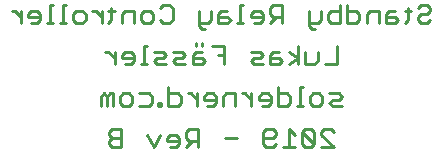
<source format=gbo>
G75*
%MOIN*%
%OFA0B0*%
%FSLAX25Y25*%
%IPPOS*%
%LPD*%
%AMOC8*
5,1,8,0,0,1.08239X$1,22.5*
%
%ADD10C,0.00900*%
D10*
X0087711Y0220785D02*
X0090764Y0220785D01*
X0090764Y0226890D01*
X0087711Y0226890D01*
X0086693Y0225872D01*
X0086693Y0224855D01*
X0087711Y0223837D01*
X0090764Y0223837D01*
X0087711Y0223837D02*
X0086693Y0222820D01*
X0086693Y0221802D01*
X0087711Y0220785D01*
X0099584Y0224855D02*
X0101619Y0220785D01*
X0103655Y0224855D01*
X0106030Y0223837D02*
X0106030Y0222820D01*
X0110100Y0222820D01*
X0110100Y0223837D02*
X0110100Y0221802D01*
X0109082Y0220785D01*
X0107047Y0220785D01*
X0106030Y0223837D02*
X0107047Y0224855D01*
X0109082Y0224855D01*
X0110100Y0223837D01*
X0112475Y0223837D02*
X0113493Y0222820D01*
X0116546Y0222820D01*
X0116546Y0220785D02*
X0116546Y0226890D01*
X0113493Y0226890D01*
X0112475Y0225872D01*
X0112475Y0223837D01*
X0114510Y0222820D02*
X0112475Y0220785D01*
X0125366Y0223837D02*
X0129437Y0223837D01*
X0138257Y0223837D02*
X0141310Y0223837D01*
X0142328Y0224855D01*
X0142328Y0225872D01*
X0141310Y0226890D01*
X0139275Y0226890D01*
X0138257Y0225872D01*
X0138257Y0221802D01*
X0139275Y0220785D01*
X0141310Y0220785D01*
X0142328Y0221802D01*
X0144703Y0220785D02*
X0148773Y0220785D01*
X0146738Y0220785D02*
X0146738Y0226890D01*
X0148773Y0224855D01*
X0151148Y0225872D02*
X0151148Y0221802D01*
X0152166Y0220785D01*
X0154201Y0220785D01*
X0155219Y0221802D01*
X0151148Y0225872D01*
X0152166Y0226890D01*
X0154201Y0226890D01*
X0155219Y0225872D01*
X0155219Y0221802D01*
X0157594Y0220785D02*
X0161664Y0220785D01*
X0157594Y0224855D01*
X0157594Y0225872D01*
X0158611Y0226890D01*
X0160646Y0226890D01*
X0161664Y0225872D01*
X0161297Y0234564D02*
X0160279Y0235582D01*
X0161297Y0236599D01*
X0163332Y0236599D01*
X0164350Y0237617D01*
X0163332Y0238634D01*
X0160279Y0238634D01*
X0157904Y0237617D02*
X0157904Y0235582D01*
X0156887Y0234564D01*
X0154852Y0234564D01*
X0153834Y0235582D01*
X0153834Y0237617D01*
X0154852Y0238634D01*
X0156887Y0238634D01*
X0157904Y0237617D01*
X0161297Y0234564D02*
X0164350Y0234564D01*
X0162738Y0248344D02*
X0158668Y0248344D01*
X0156293Y0249361D02*
X0156293Y0252414D01*
X0156293Y0249361D02*
X0155275Y0248344D01*
X0152223Y0248344D01*
X0152223Y0252414D01*
X0149847Y0254449D02*
X0149847Y0248344D01*
X0149847Y0250379D02*
X0146795Y0252414D01*
X0149847Y0250379D02*
X0146795Y0248344D01*
X0144476Y0249361D02*
X0143458Y0250379D01*
X0140406Y0250379D01*
X0140406Y0251396D02*
X0140406Y0248344D01*
X0143458Y0248344D01*
X0144476Y0249361D01*
X0143458Y0252414D02*
X0141423Y0252414D01*
X0140406Y0251396D01*
X0138030Y0251396D02*
X0137013Y0252414D01*
X0133960Y0252414D01*
X0134978Y0250379D02*
X0133960Y0249361D01*
X0134978Y0248344D01*
X0138030Y0248344D01*
X0137013Y0250379D02*
X0138030Y0251396D01*
X0137013Y0250379D02*
X0134978Y0250379D01*
X0134271Y0238634D02*
X0134271Y0234564D01*
X0134271Y0236599D02*
X0132236Y0238634D01*
X0131218Y0238634D01*
X0128899Y0238634D02*
X0128899Y0234564D01*
X0124829Y0234564D02*
X0124829Y0237617D01*
X0125847Y0238634D01*
X0128899Y0238634D01*
X0122454Y0237617D02*
X0122454Y0235582D01*
X0121436Y0234564D01*
X0119401Y0234564D01*
X0118384Y0236599D02*
X0122454Y0236599D01*
X0122454Y0237617D02*
X0121436Y0238634D01*
X0119401Y0238634D01*
X0118384Y0237617D01*
X0118384Y0236599D01*
X0116008Y0236599D02*
X0113973Y0238634D01*
X0112956Y0238634D01*
X0110637Y0237617D02*
X0110637Y0235582D01*
X0109620Y0234564D01*
X0106567Y0234564D01*
X0106567Y0240669D01*
X0106567Y0238634D02*
X0109620Y0238634D01*
X0110637Y0237617D01*
X0116008Y0238634D02*
X0116008Y0234564D01*
X0104192Y0234564D02*
X0103174Y0234564D01*
X0103174Y0235582D01*
X0104192Y0235582D01*
X0104192Y0234564D01*
X0100969Y0235582D02*
X0100969Y0237617D01*
X0099951Y0238634D01*
X0096899Y0238634D01*
X0094523Y0237617D02*
X0094523Y0235582D01*
X0093506Y0234564D01*
X0091471Y0234564D01*
X0090453Y0235582D01*
X0090453Y0237617D01*
X0091471Y0238634D01*
X0093506Y0238634D01*
X0094523Y0237617D01*
X0096899Y0234564D02*
X0099951Y0234564D01*
X0100969Y0235582D01*
X0099358Y0248344D02*
X0097322Y0248344D01*
X0098340Y0248344D02*
X0098340Y0254449D01*
X0099358Y0254449D01*
X0101733Y0252414D02*
X0104785Y0252414D01*
X0105803Y0251396D01*
X0104785Y0250379D01*
X0102750Y0250379D01*
X0101733Y0249361D01*
X0102750Y0248344D01*
X0105803Y0248344D01*
X0108178Y0249361D02*
X0109196Y0250379D01*
X0111231Y0250379D01*
X0112249Y0251396D01*
X0111231Y0252414D01*
X0108178Y0252414D01*
X0108178Y0249361D02*
X0109196Y0248344D01*
X0112249Y0248344D01*
X0114624Y0248344D02*
X0114624Y0251396D01*
X0115641Y0252414D01*
X0117676Y0252414D01*
X0117676Y0254449D02*
X0117676Y0255466D01*
X0115641Y0255466D02*
X0115641Y0254449D01*
X0114624Y0250379D02*
X0117676Y0250379D01*
X0118694Y0249361D01*
X0117676Y0248344D01*
X0114624Y0248344D01*
X0121069Y0254449D02*
X0125140Y0254449D01*
X0125140Y0248344D01*
X0125140Y0251396D02*
X0123104Y0251396D01*
X0118808Y0260088D02*
X0117790Y0260088D01*
X0116772Y0261106D01*
X0116772Y0266193D01*
X0116772Y0262123D02*
X0119825Y0262123D01*
X0120843Y0263141D01*
X0120843Y0266193D01*
X0123218Y0265176D02*
X0123218Y0262123D01*
X0126271Y0262123D01*
X0127288Y0263141D01*
X0126271Y0264158D01*
X0123218Y0264158D01*
X0123218Y0265176D02*
X0124235Y0266193D01*
X0126271Y0266193D01*
X0130568Y0268228D02*
X0130568Y0262123D01*
X0131585Y0262123D02*
X0129550Y0262123D01*
X0133960Y0264158D02*
X0133960Y0265176D01*
X0134978Y0266193D01*
X0137013Y0266193D01*
X0138031Y0265176D01*
X0138031Y0263141D01*
X0137013Y0262123D01*
X0134978Y0262123D01*
X0133960Y0264158D02*
X0138031Y0264158D01*
X0140406Y0265176D02*
X0141423Y0264158D01*
X0144476Y0264158D01*
X0144476Y0262123D02*
X0144476Y0268228D01*
X0141423Y0268228D01*
X0140406Y0267211D01*
X0140406Y0265176D01*
X0142441Y0264158D02*
X0140406Y0262123D01*
X0131585Y0268228D02*
X0130568Y0268228D01*
X0107952Y0267211D02*
X0107952Y0263141D01*
X0106934Y0262123D01*
X0104899Y0262123D01*
X0103881Y0263141D01*
X0101506Y0263141D02*
X0101506Y0265176D01*
X0100489Y0266193D01*
X0098453Y0266193D01*
X0097436Y0265176D01*
X0097436Y0263141D01*
X0098453Y0262123D01*
X0100489Y0262123D01*
X0101506Y0263141D01*
X0103881Y0267211D02*
X0104899Y0268228D01*
X0106934Y0268228D01*
X0107952Y0267211D01*
X0095061Y0266193D02*
X0095061Y0262123D01*
X0095061Y0266193D02*
X0092008Y0266193D01*
X0090990Y0265176D01*
X0090990Y0262123D01*
X0088615Y0266193D02*
X0086580Y0266193D01*
X0087598Y0267211D02*
X0087598Y0263141D01*
X0086580Y0262123D01*
X0084318Y0262123D02*
X0084318Y0266193D01*
X0084318Y0264158D02*
X0082283Y0266193D01*
X0081265Y0266193D01*
X0078947Y0265176D02*
X0078947Y0263141D01*
X0077929Y0262123D01*
X0075894Y0262123D01*
X0074877Y0263141D01*
X0074877Y0265176D01*
X0075894Y0266193D01*
X0077929Y0266193D01*
X0078947Y0265176D01*
X0072501Y0268228D02*
X0071484Y0268228D01*
X0071484Y0262123D01*
X0072501Y0262123D02*
X0070466Y0262123D01*
X0068204Y0262123D02*
X0066169Y0262123D01*
X0067187Y0262123D02*
X0067187Y0268228D01*
X0068204Y0268228D01*
X0063907Y0265176D02*
X0063907Y0263141D01*
X0062890Y0262123D01*
X0060855Y0262123D01*
X0059837Y0264158D02*
X0063907Y0264158D01*
X0063907Y0265176D02*
X0062890Y0266193D01*
X0060855Y0266193D01*
X0059837Y0265176D01*
X0059837Y0264158D01*
X0057462Y0264158D02*
X0055427Y0266193D01*
X0054409Y0266193D01*
X0057462Y0266193D02*
X0057462Y0262123D01*
X0084008Y0237617D02*
X0084008Y0234564D01*
X0086043Y0234564D02*
X0086043Y0237617D01*
X0085025Y0238634D01*
X0084008Y0237617D01*
X0086043Y0237617D02*
X0087060Y0238634D01*
X0088078Y0238634D01*
X0088078Y0234564D01*
X0088615Y0248344D02*
X0088615Y0252414D01*
X0088615Y0250379D02*
X0086580Y0252414D01*
X0085562Y0252414D01*
X0090990Y0251396D02*
X0090990Y0250379D01*
X0095061Y0250379D01*
X0095061Y0251396D02*
X0095061Y0249361D01*
X0094043Y0248344D01*
X0092008Y0248344D01*
X0090990Y0251396D02*
X0092008Y0252414D01*
X0094043Y0252414D01*
X0095061Y0251396D01*
X0136646Y0237617D02*
X0136646Y0236599D01*
X0140716Y0236599D01*
X0140716Y0235582D02*
X0140716Y0237617D01*
X0139699Y0238634D01*
X0137664Y0238634D01*
X0136646Y0237617D01*
X0137664Y0234564D02*
X0139699Y0234564D01*
X0140716Y0235582D01*
X0143091Y0234564D02*
X0143091Y0240669D01*
X0143091Y0238634D02*
X0146144Y0238634D01*
X0147162Y0237617D01*
X0147162Y0235582D01*
X0146144Y0234564D01*
X0143091Y0234564D01*
X0149424Y0234564D02*
X0151459Y0234564D01*
X0150441Y0234564D02*
X0150441Y0240669D01*
X0151459Y0240669D01*
X0162738Y0248344D02*
X0162738Y0254449D01*
X0163813Y0262123D02*
X0160760Y0262123D01*
X0159742Y0263141D01*
X0159742Y0265176D01*
X0160760Y0266193D01*
X0163813Y0266193D01*
X0163813Y0268228D02*
X0163813Y0262123D01*
X0166188Y0262123D02*
X0166188Y0268228D01*
X0166188Y0266193D02*
X0169241Y0266193D01*
X0170258Y0265176D01*
X0170258Y0263141D01*
X0169241Y0262123D01*
X0166188Y0262123D01*
X0172633Y0262123D02*
X0172633Y0265176D01*
X0173651Y0266193D01*
X0176704Y0266193D01*
X0176704Y0262123D01*
X0179079Y0262123D02*
X0179079Y0265176D01*
X0180096Y0266193D01*
X0182132Y0266193D01*
X0182132Y0264158D02*
X0179079Y0264158D01*
X0179079Y0262123D02*
X0182132Y0262123D01*
X0183149Y0263141D01*
X0182132Y0264158D01*
X0185411Y0262123D02*
X0186429Y0263141D01*
X0186429Y0267211D01*
X0187446Y0266193D02*
X0185411Y0266193D01*
X0189821Y0267211D02*
X0190839Y0268228D01*
X0192874Y0268228D01*
X0193892Y0267211D01*
X0193892Y0266193D01*
X0192874Y0265176D01*
X0190839Y0265176D01*
X0189821Y0264158D01*
X0189821Y0263141D01*
X0190839Y0262123D01*
X0192874Y0262123D01*
X0193892Y0263141D01*
X0157367Y0263141D02*
X0156350Y0262123D01*
X0153297Y0262123D01*
X0153297Y0261106D02*
X0154314Y0260088D01*
X0155332Y0260088D01*
X0153297Y0261106D02*
X0153297Y0266193D01*
X0157367Y0266193D02*
X0157367Y0263141D01*
M02*

</source>
